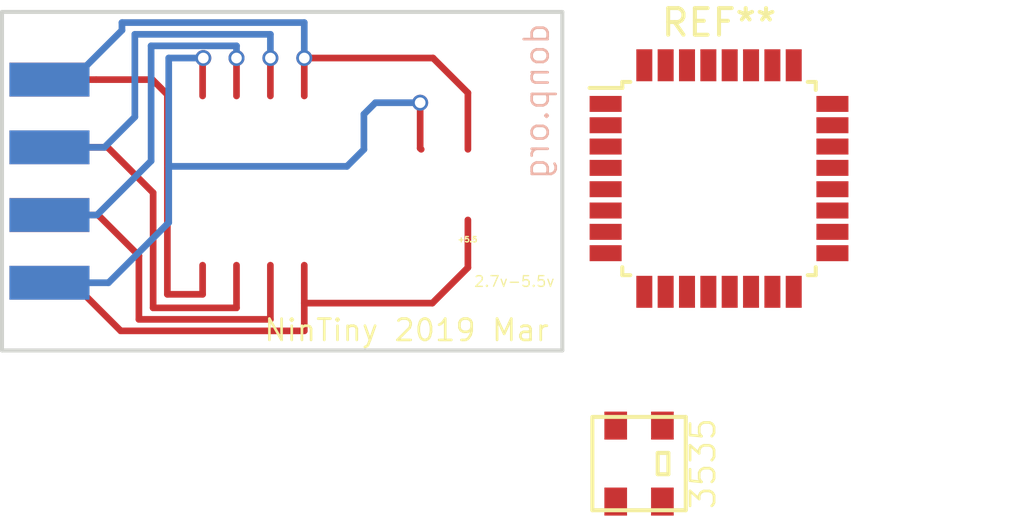
<source format=kicad_pcb>
(kicad_pcb (version 20171130) (host pcbnew 5.0.2-bee76a0~70~ubuntu18.04.1)

  (general
    (thickness 1.6)
    (drawings 8)
    (tracks 64)
    (zones 0)
    (modules 4)
    (nets 1)
  )

  (page A4)
  (layers
    (0 F.Cu signal)
    (31 B.Cu signal)
    (32 B.Adhes user)
    (33 F.Adhes user)
    (34 B.Paste user)
    (35 F.Paste user)
    (36 B.SilkS user)
    (37 F.SilkS user)
    (38 B.Mask user)
    (39 F.Mask user)
    (40 Dwgs.User user)
    (41 Cmts.User user)
    (42 Eco1.User user)
    (43 Eco2.User user)
    (44 Edge.Cuts user)
    (45 Margin user)
    (46 B.CrtYd user)
    (47 F.CrtYd user)
    (48 B.Fab user)
    (49 F.Fab user)
  )

  (setup
    (last_trace_width 0.25)
    (trace_clearance 0.2)
    (zone_clearance 0.508)
    (zone_45_only no)
    (trace_min 0.2)
    (segment_width 0.2)
    (edge_width 0.15)
    (via_size 0.6)
    (via_drill 0.4)
    (via_min_size 0.4)
    (via_min_drill 0.3)
    (uvia_size 0.3)
    (uvia_drill 0.1)
    (uvias_allowed no)
    (uvia_min_size 0.2)
    (uvia_min_drill 0.1)
    (pcb_text_width 0.3)
    (pcb_text_size 1.5 1.5)
    (mod_edge_width 0.15)
    (mod_text_size 1 1)
    (mod_text_width 0.15)
    (pad_size 2.032 1.7272)
    (pad_drill 1.016)
    (pad_to_mask_clearance 0.2)
    (solder_mask_min_width 0.25)
    (aux_axis_origin 0 0)
    (visible_elements FFFFFF7F)
    (pcbplotparams
      (layerselection 0x010f0_ffffffff)
      (usegerberextensions true)
      (usegerberattributes false)
      (usegerberadvancedattributes false)
      (creategerberjobfile false)
      (excludeedgelayer true)
      (linewidth 0.100000)
      (plotframeref false)
      (viasonmask false)
      (mode 1)
      (useauxorigin false)
      (hpglpennumber 1)
      (hpglpenspeed 20)
      (hpglpendiameter 15.000000)
      (psnegative false)
      (psa4output false)
      (plotreference true)
      (plotvalue true)
      (plotinvisibletext false)
      (padsonsilk false)
      (subtractmaskfromsilk false)
      (outputformat 1)
      (mirror false)
      (drillshape 0)
      (scaleselection 1)
      (outputdirectory "/home/donp/osh"))
  )

  (net 0 "")

  (net_class Default "This is the default net class."
    (clearance 0.2)
    (trace_width 0.25)
    (via_dia 0.6)
    (via_drill 0.4)
    (uvia_dia 0.3)
    (uvia_drill 0.1)
  )

  (module ws2812:3535 (layer F.Cu) (tedit 588CDD58) (tstamp 583100DF)
    (at 104.8766 86.9442 90)
    (fp_text reference 3535 (at 0 2.4 90) (layer F.SilkS)
      (effects (font (size 0.9 0.9) (thickness 0.1)))
    )
    (fp_text value 3535 (at 0.05 -2.2 90) (layer F.Fab)
      (effects (font (size 1 1) (thickness 0.15)))
    )
    (fp_line (start -0.4 0.7) (end 0.4 0.7) (layer F.SilkS) (width 0.15))
    (fp_line (start 0.4 0.7) (end 0.4 1.1) (layer F.SilkS) (width 0.15))
    (fp_line (start 0.4 1.1) (end -0.4 1.1) (layer F.SilkS) (width 0.15))
    (fp_line (start -0.4 1.1) (end -0.4 0.7) (layer F.SilkS) (width 0.15))
    (fp_line (start 1.75 1.75) (end -1.75 1.75) (layer F.SilkS) (width 0.15))
    (fp_line (start -1.75 1.75) (end -1.75 -1.75) (layer F.SilkS) (width 0.15))
    (fp_line (start 1.75 -1.75) (end 1.75 1.75) (layer F.SilkS) (width 0.15))
    (fp_line (start -1.75 -1.75) (end 1.7 -1.75) (layer F.SilkS) (width 0.15))
    (pad IN smd rect (at 1.325 0.875 90) (size 1.05 0.85) (drill (offset 0.1 0)) (layers F.Cu F.Paste F.Mask))
    (pad VDD smd rect (at 1.325 -0.875 90) (size 1.05 0.85) (drill (offset 0.1 0)) (layers F.Cu F.Paste F.Mask))
    (pad GND smd rect (at -1.325 0.875 90) (size 1.05 0.85) (drill (offset -0.1 0)) (layers F.Cu F.Paste F.Mask))
    (pad OUT smd rect (at -1.325 -0.875 90) (size 1.05 0.85) (drill (offset -0.1 0)) (layers F.Cu F.Paste F.Mask))
  )

  (module neotiny:edge-4pin (layer F.Cu) (tedit 5C7C3AD1) (tstamp 5C7C7CDC)
    (at 82.7786 80.16 90)
    (fp_text reference topedge (at 0 0.5 90) (layer F.SilkS) hide
      (effects (font (size 1 1) (thickness 0.15)))
    )
    (fp_text value edge-4pin (at 0 -0.5 90) (layer F.Fab) hide
      (effects (font (size 1 1) (thickness 0.15)))
    )
    (pad 3 connect rect (at 5.08 0 90) (size 1.27 3) (layers F.Cu F.Mask))
    (pad 4 connect rect (at 7.62 0 90) (size 1.27 3) (layers F.Cu F.Mask))
    (pad 2 connect rect (at 2.54 0 90) (size 1.27 3) (layers F.Cu F.Mask))
    (pad 1 connect rect (at 0 0 90) (size 1.27 3) (layers F.Cu F.Mask))
  )

  (module neotiny:edge-4pin (layer B.Cu) (tedit 5C7C3BCE) (tstamp 5C7C7DBC)
    (at 82.7786 72.54 270)
    (fp_text reference botedge (at 0 -0.5 270) (layer B.SilkS) hide
      (effects (font (size 1 1) (thickness 0.15)) (justify mirror))
    )
    (fp_text value edge-4pin (at 0 0.5 270) (layer B.Fab) hide
      (effects (font (size 1 1) (thickness 0.15)) (justify mirror))
    )
    (pad 3 connect rect (at 5.08 0 270) (size 1.27 3) (layers B.Cu B.Mask))
    (pad 4 connect rect (at 7.62 0 270) (size 1.27 3) (layers B.Cu B.Mask))
    (pad 2 connect rect (at 2.54 0 270) (size 1.27 3) (layers B.Cu B.Mask))
    (pad 1 connect rect (at 0 0 270) (size 1.27 3) (layers B.Cu B.Mask))
  )

  (module Housings_QFP:LQFP-32_7x7mm_Pitch0.8mm (layer F.Cu) (tedit 54130A77) (tstamp 5C8D83EE)
    (at 107.8738 76.2508)
    (descr "LQFP32: plastic low profile quad flat package; 32 leads; body 7 x 7 x 1.4 mm (see NXP sot358-1_po.pdf and sot358-1_fr.pdf)")
    (tags "QFP 0.8")
    (attr smd)
    (fp_text reference REF** (at 0 -5.85) (layer F.SilkS)
      (effects (font (size 1 1) (thickness 0.15)))
    )
    (fp_text value LQFP-32_7x7mm_Pitch0.8mm (at 0 5.85) (layer F.Fab)
      (effects (font (size 1 1) (thickness 0.15)))
    )
    (fp_text user %R (at 0 0) (layer F.Fab)
      (effects (font (size 1 1) (thickness 0.15)))
    )
    (fp_line (start -2.5 -3.5) (end 3.5 -3.5) (layer F.Fab) (width 0.15))
    (fp_line (start 3.5 -3.5) (end 3.5 3.5) (layer F.Fab) (width 0.15))
    (fp_line (start 3.5 3.5) (end -3.5 3.5) (layer F.Fab) (width 0.15))
    (fp_line (start -3.5 3.5) (end -3.5 -2.5) (layer F.Fab) (width 0.15))
    (fp_line (start -3.5 -2.5) (end -2.5 -3.5) (layer F.Fab) (width 0.15))
    (fp_line (start -5.1 -5.1) (end -5.1 5.1) (layer F.CrtYd) (width 0.05))
    (fp_line (start 5.1 -5.1) (end 5.1 5.1) (layer F.CrtYd) (width 0.05))
    (fp_line (start -5.1 -5.1) (end 5.1 -5.1) (layer F.CrtYd) (width 0.05))
    (fp_line (start -5.1 5.1) (end 5.1 5.1) (layer F.CrtYd) (width 0.05))
    (fp_line (start -3.625 -3.625) (end -3.625 -3.4) (layer F.SilkS) (width 0.15))
    (fp_line (start 3.625 -3.625) (end 3.625 -3.325) (layer F.SilkS) (width 0.15))
    (fp_line (start 3.625 3.625) (end 3.625 3.325) (layer F.SilkS) (width 0.15))
    (fp_line (start -3.625 3.625) (end -3.625 3.325) (layer F.SilkS) (width 0.15))
    (fp_line (start -3.625 -3.625) (end -3.325 -3.625) (layer F.SilkS) (width 0.15))
    (fp_line (start -3.625 3.625) (end -3.325 3.625) (layer F.SilkS) (width 0.15))
    (fp_line (start 3.625 3.625) (end 3.325 3.625) (layer F.SilkS) (width 0.15))
    (fp_line (start 3.625 -3.625) (end 3.325 -3.625) (layer F.SilkS) (width 0.15))
    (fp_line (start -3.625 -3.4) (end -4.85 -3.4) (layer F.SilkS) (width 0.15))
    (pad 1 smd rect (at -4.25 -2.8) (size 1.2 0.6) (layers F.Cu F.Paste F.Mask))
    (pad 2 smd rect (at -4.25 -2) (size 1.2 0.6) (layers F.Cu F.Paste F.Mask))
    (pad 3 smd rect (at -4.25 -1.2) (size 1.2 0.6) (layers F.Cu F.Paste F.Mask))
    (pad 4 smd rect (at -4.25 -0.4) (size 1.2 0.6) (layers F.Cu F.Paste F.Mask))
    (pad 5 smd rect (at -4.25 0.4) (size 1.2 0.6) (layers F.Cu F.Paste F.Mask))
    (pad 6 smd rect (at -4.25 1.2) (size 1.2 0.6) (layers F.Cu F.Paste F.Mask))
    (pad 7 smd rect (at -4.25 2) (size 1.2 0.6) (layers F.Cu F.Paste F.Mask))
    (pad 8 smd rect (at -4.25 2.8) (size 1.2 0.6) (layers F.Cu F.Paste F.Mask))
    (pad 9 smd rect (at -2.8 4.25 90) (size 1.2 0.6) (layers F.Cu F.Paste F.Mask))
    (pad 10 smd rect (at -2 4.25 90) (size 1.2 0.6) (layers F.Cu F.Paste F.Mask))
    (pad 11 smd rect (at -1.2 4.25 90) (size 1.2 0.6) (layers F.Cu F.Paste F.Mask))
    (pad 12 smd rect (at -0.4 4.25 90) (size 1.2 0.6) (layers F.Cu F.Paste F.Mask))
    (pad 13 smd rect (at 0.4 4.25 90) (size 1.2 0.6) (layers F.Cu F.Paste F.Mask))
    (pad 14 smd rect (at 1.2 4.25 90) (size 1.2 0.6) (layers F.Cu F.Paste F.Mask))
    (pad 15 smd rect (at 2 4.25 90) (size 1.2 0.6) (layers F.Cu F.Paste F.Mask))
    (pad 16 smd rect (at 2.8 4.25 90) (size 1.2 0.6) (layers F.Cu F.Paste F.Mask))
    (pad 17 smd rect (at 4.25 2.8) (size 1.2 0.6) (layers F.Cu F.Paste F.Mask))
    (pad 18 smd rect (at 4.25 2) (size 1.2 0.6) (layers F.Cu F.Paste F.Mask))
    (pad 19 smd rect (at 4.25 1.2) (size 1.2 0.6) (layers F.Cu F.Paste F.Mask))
    (pad 20 smd rect (at 4.25 0.4) (size 1.2 0.6) (layers F.Cu F.Paste F.Mask))
    (pad 21 smd rect (at 4.25 -0.4) (size 1.2 0.6) (layers F.Cu F.Paste F.Mask))
    (pad 22 smd rect (at 4.25 -1.2) (size 1.2 0.6) (layers F.Cu F.Paste F.Mask))
    (pad 23 smd rect (at 4.25 -2) (size 1.2 0.6) (layers F.Cu F.Paste F.Mask))
    (pad 24 smd rect (at 4.25 -2.8) (size 1.2 0.6) (layers F.Cu F.Paste F.Mask))
    (pad 25 smd rect (at 2.8 -4.25 90) (size 1.2 0.6) (layers F.Cu F.Paste F.Mask))
    (pad 26 smd rect (at 2 -4.25 90) (size 1.2 0.6) (layers F.Cu F.Paste F.Mask))
    (pad 27 smd rect (at 1.2 -4.25 90) (size 1.2 0.6) (layers F.Cu F.Paste F.Mask))
    (pad 28 smd rect (at 0.4 -4.25 90) (size 1.2 0.6) (layers F.Cu F.Paste F.Mask))
    (pad 29 smd rect (at -0.4 -4.25 90) (size 1.2 0.6) (layers F.Cu F.Paste F.Mask))
    (pad 30 smd rect (at -1.2 -4.25 90) (size 1.2 0.6) (layers F.Cu F.Paste F.Mask))
    (pad 31 smd rect (at -2 -4.25 90) (size 1.2 0.6) (layers F.Cu F.Paste F.Mask))
    (pad 32 smd rect (at -2.8 -4.25 90) (size 1.2 0.6) (layers F.Cu F.Paste F.Mask))
    (model ${KISYS3DMOD}/Housings_QFP.3dshapes/LQFP-32_7x7mm_Pitch0.8mm.wrl
      (at (xyz 0 0 0))
      (scale (xyz 1 1 1))
      (rotate (xyz 0 0 0))
    )
  )

  (gr_text 2.7v-5.5v (at 100.203 80.1116) (layer F.SilkS)
    (effects (font (size 0.4 0.4) (thickness 0.05)))
  )
  (gr_text donp.org (at 101.0412 73.3552 90) (layer B.SilkS)
    (effects (font (size 0.9 0.9) (thickness 0.1)) (justify mirror))
  )
  (gr_text "NinTiny 2019 Mar" (at 96.1644 81.9404) (layer F.SilkS) (tstamp 5C7C2E7C)
    (effects (font (size 0.8 0.8) (thickness 0.1)))
  )
  (gr_text +5.5 (at 98.4504 78.5368) (layer F.SilkS)
    (effects (font (size 0.2 0.2) (thickness 0.05)))
  )
  (gr_line (start 102 70) (end 102 82.7) (angle 90) (layer Edge.Cuts) (width 0.15))
  (gr_line (start 81 82.7) (end 102 82.7) (angle 90) (layer Edge.Cuts) (width 0.15) (tstamp 58310406))
  (gr_line (start 81 70) (end 102 70) (angle 90) (layer Edge.Cuts) (width 0.15))
  (gr_line (start 81 70) (end 81 82.7) (angle 90) (layer Edge.Cuts) (width 0.15))

  (segment (start 84.5286 72.54) (end 82.7786 72.54) (width 0.25) (layer F.Cu) (net 0))
  (segment (start 86.637 72.54) (end 84.5286 72.54) (width 0.25) (layer F.Cu) (net 0))
  (segment (start 87.1982 80.5942) (end 87.1982 73.1012) (width 0.25) (layer F.Cu) (net 0))
  (segment (start 88.519 79.502) (end 88.519 80.5942) (width 0.25) (layer F.Cu) (net 0))
  (segment (start 87.1982 73.1012) (end 86.637 72.54) (width 0.25) (layer F.Cu) (net 0))
  (segment (start 88.519 80.5942) (end 87.1982 80.5942) (width 0.25) (layer F.Cu) (net 0))
  (segment (start 84.9606 75.08) (end 82.7786 75.08) (width 0.25) (layer F.Cu) (net 0))
  (segment (start 86.6648 76.7842) (end 84.9606 75.08) (width 0.25) (layer F.Cu) (net 0))
  (segment (start 86.6648 81.1022) (end 86.6648 76.7842) (width 0.25) (layer F.Cu) (net 0))
  (segment (start 89.789 79.502) (end 89.789 81.1022) (width 0.25) (layer F.Cu) (net 0))
  (segment (start 89.789 81.1022) (end 86.6648 81.1022) (width 0.25) (layer F.Cu) (net 0))
  (segment (start 84.605 77.62) (end 82.7786 77.62) (width 0.25) (layer F.Cu) (net 0))
  (segment (start 86.1314 79.1464) (end 84.605 77.62) (width 0.25) (layer F.Cu) (net 0))
  (segment (start 86.1314 81.534) (end 86.1314 79.1464) (width 0.25) (layer F.Cu) (net 0))
  (segment (start 91.059 79.502) (end 91.059 81.534) (width 0.25) (layer F.Cu) (net 0))
  (segment (start 91.059 81.534) (end 86.1314 81.534) (width 0.25) (layer F.Cu) (net 0))
  (segment (start 83.6436 80.16) (end 82.7786 80.16) (width 0.25) (layer F.Cu) (net 0))
  (segment (start 85.4494 81.9658) (end 83.6436 80.16) (width 0.25) (layer F.Cu) (net 0))
  (segment (start 92.329 81.9658) (end 85.4494 81.9658) (width 0.25) (layer F.Cu) (net 0))
  (segment (start 92.329 80.9244) (end 97.1296 80.9244) (width 0.25) (layer F.Cu) (net 0))
  (segment (start 92.329 80.9244) (end 92.329 81.9658) (width 0.25) (layer F.Cu) (net 0))
  (segment (start 92.329 79.502) (end 92.329 80.9244) (width 0.25) (layer F.Cu) (net 0))
  (segment (start 98.4618 79.5922) (end 98.4618 77.8044) (width 0.25) (layer F.Cu) (net 0))
  (segment (start 97.1296 80.9244) (end 98.4618 79.5922) (width 0.25) (layer F.Cu) (net 0))
  (via (at 88.5444 71.7296) (size 0.6) (drill 0.4) (layers F.Cu B.Cu) (net 0))
  (segment (start 88.519 73.152) (end 88.519 71.755) (width 0.25) (layer F.Cu) (net 0))
  (segment (start 88.519 71.755) (end 88.5444 71.7296) (width 0.25) (layer F.Cu) (net 0))
  (segment (start 88.5444 71.7296) (end 87.249 71.7296) (width 0.25) (layer B.Cu) (net 0))
  (segment (start 84.9908 80.16) (end 82.7786 80.16) (width 0.25) (layer B.Cu) (net 0))
  (segment (start 87.249 77.9018) (end 84.9908 80.16) (width 0.25) (layer B.Cu) (net 0))
  (segment (start 87.249 75.7936) (end 93.9292 75.7936) (width 0.25) (layer B.Cu) (net 0))
  (segment (start 87.249 75.7936) (end 87.249 77.9018) (width 0.25) (layer B.Cu) (net 0))
  (segment (start 87.249 71.7296) (end 87.249 75.7936) (width 0.25) (layer B.Cu) (net 0))
  (segment (start 93.9292 75.7936) (end 94.5642 75.1586) (width 0.25) (layer B.Cu) (net 0))
  (segment (start 94.5642 75.1586) (end 94.5642 73.8378) (width 0.25) (layer B.Cu) (net 0))
  (segment (start 94.5642 73.8378) (end 94.996 73.406) (width 0.25) (layer B.Cu) (net 0))
  (via (at 96.6724 73.406) (size 0.6) (drill 0.4) (layers F.Cu B.Cu) (net 0))
  (segment (start 94.996 73.406) (end 96.6724 73.406) (width 0.25) (layer B.Cu) (net 0))
  (segment (start 96.6724 75.115) (end 96.7118 75.1544) (width 0.25) (layer F.Cu) (net 0))
  (segment (start 96.6724 73.406) (end 96.6724 75.115) (width 0.25) (layer F.Cu) (net 0))
  (via (at 89.789 71.7296) (size 0.6) (drill 0.4) (layers F.Cu B.Cu) (net 0))
  (segment (start 89.789 73.152) (end 89.789 71.7296) (width 0.25) (layer F.Cu) (net 0))
  (via (at 91.059 71.7296) (size 0.6) (drill 0.4) (layers F.Cu B.Cu) (net 0))
  (segment (start 91.059 73.152) (end 91.059 71.7296) (width 0.25) (layer F.Cu) (net 0))
  (via (at 92.329 71.7296) (size 0.6) (drill 0.4) (layers F.Cu B.Cu) (net 0) (tstamp 5C7C46C2))
  (segment (start 92.329 73.152) (end 92.329 71.7296) (width 0.25) (layer F.Cu) (net 0))
  (segment (start 85.4964 70.40001) (end 85.4964 70.6872) (width 0.25) (layer B.Cu) (net 0))
  (segment (start 83.6436 72.54) (end 82.7786 72.54) (width 0.25) (layer B.Cu) (net 0))
  (segment (start 92.329 71.7296) (end 92.329 70.40001) (width 0.25) (layer B.Cu) (net 0))
  (segment (start 85.4964 70.6872) (end 83.6436 72.54) (width 0.25) (layer B.Cu) (net 0))
  (segment (start 92.329 70.40001) (end 85.4964 70.40001) (width 0.25) (layer B.Cu) (net 0))
  (segment (start 84.8384 75.08) (end 82.7786 75.08) (width 0.25) (layer B.Cu) (net 0))
  (segment (start 85.979 73.9394) (end 84.8384 75.08) (width 0.25) (layer B.Cu) (net 0))
  (segment (start 85.979 70.8406) (end 85.979 73.9394) (width 0.25) (layer B.Cu) (net 0))
  (segment (start 91.059 71.7296) (end 91.059 70.8406) (width 0.25) (layer B.Cu) (net 0))
  (segment (start 91.059 70.8406) (end 85.979 70.8406) (width 0.25) (layer B.Cu) (net 0))
  (segment (start 86.5886 75.5904) (end 84.559 77.62) (width 0.25) (layer B.Cu) (net 0))
  (segment (start 84.559 77.62) (end 82.7786 77.62) (width 0.25) (layer B.Cu) (net 0))
  (segment (start 86.5886 71.2724) (end 86.5886 75.5904) (width 0.25) (layer B.Cu) (net 0))
  (segment (start 89.789 71.7296) (end 89.789 71.2724) (width 0.25) (layer B.Cu) (net 0))
  (segment (start 89.789 71.2724) (end 86.5886 71.2724) (width 0.25) (layer B.Cu) (net 0))
  (segment (start 92.329 71.7296) (end 97.155 71.7296) (width 0.25) (layer F.Cu) (net 0))
  (segment (start 98.4618 73.0364) (end 98.4618 75.1544) (width 0.25) (layer F.Cu) (net 0))
  (segment (start 97.155 71.7296) (end 98.4618 73.0364) (width 0.25) (layer F.Cu) (net 0))

)

</source>
